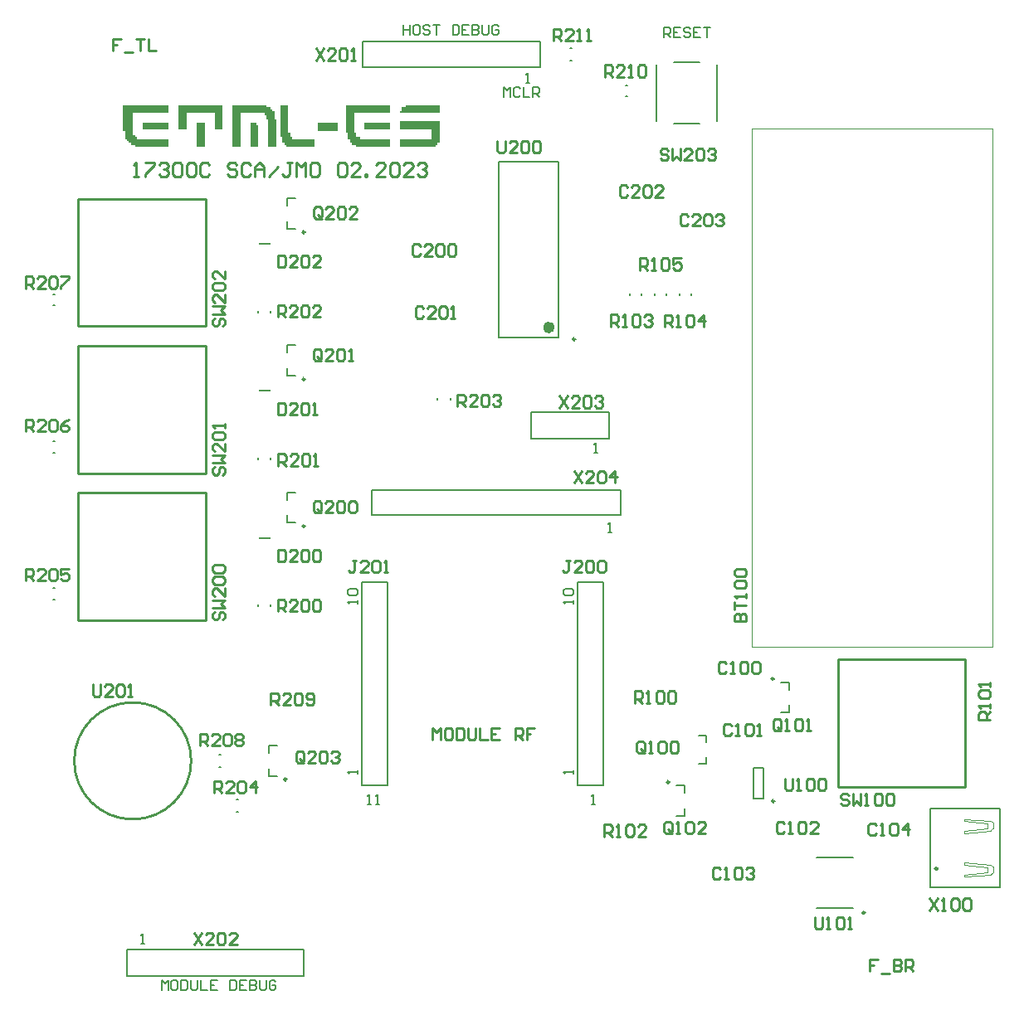
<source format=gbr>
%TF.GenerationSoftware,Altium Limited,Altium Designer,22.7.1 (60)*%
G04 Layer_Color=65535*
%FSLAX43Y43*%
%MOMM*%
%TF.SameCoordinates,2B380584-264C-487A-9C59-0A3591007A03*%
%TF.FilePolarity,Positive*%
%TF.FileFunction,Legend,Top*%
%TF.Part,Single*%
G01*
G75*
%TA.AperFunction,NonConductor*%
%ADD64C,0.254*%
%ADD65C,0.102*%
%ADD66C,0.600*%
%ADD67C,0.250*%
%ADD68C,0.200*%
%ADD69C,0.127*%
%ADD70C,0.100*%
%ADD71C,0.152*%
%ADD72R,1.200X0.200*%
G36*
X20726Y90881D02*
Y90678D01*
Y90475D01*
Y90272D01*
Y90068D01*
Y89865D01*
Y89662D01*
Y89459D01*
Y89256D01*
Y89052D01*
Y88849D01*
Y88646D01*
X19914D01*
Y88849D01*
Y89052D01*
Y89256D01*
Y89459D01*
Y89662D01*
Y89865D01*
Y90068D01*
Y90272D01*
X17069D01*
Y90068D01*
Y89865D01*
Y89662D01*
Y89459D01*
Y89256D01*
Y89052D01*
Y88849D01*
Y88646D01*
X16256D01*
Y88849D01*
Y89052D01*
Y89256D01*
Y89459D01*
Y89662D01*
Y89865D01*
Y90068D01*
Y90272D01*
Y90475D01*
Y90678D01*
Y90881D01*
Y91084D01*
X20726D01*
Y90881D01*
D02*
G37*
G36*
X15240Y89052D02*
Y88849D01*
Y88646D01*
X12598D01*
Y88849D01*
Y89052D01*
Y89256D01*
X15240D01*
Y89052D01*
D02*
G37*
G36*
X25197Y90881D02*
X25603D01*
Y90678D01*
X25806D01*
Y90475D01*
X26010D01*
Y90272D01*
Y90068D01*
Y89865D01*
Y89662D01*
X26213D01*
Y89459D01*
Y89256D01*
Y89052D01*
Y88849D01*
Y88646D01*
Y88443D01*
Y88240D01*
Y88036D01*
Y87833D01*
Y87630D01*
Y87427D01*
Y87224D01*
Y87020D01*
Y86817D01*
X25400D01*
Y87020D01*
Y87224D01*
Y87427D01*
Y87630D01*
Y87833D01*
Y88036D01*
Y88240D01*
Y88443D01*
Y88646D01*
Y88849D01*
Y89052D01*
Y89256D01*
Y89459D01*
Y89662D01*
X25197D01*
Y89865D01*
Y90068D01*
X24994D01*
Y90272D01*
X22555D01*
Y90068D01*
Y89865D01*
Y89662D01*
Y89459D01*
Y89256D01*
Y89052D01*
Y88849D01*
Y88646D01*
Y88443D01*
Y88240D01*
Y88036D01*
Y87833D01*
Y87630D01*
Y87427D01*
Y87224D01*
Y87020D01*
Y86817D01*
X21742D01*
Y87020D01*
Y87224D01*
Y87427D01*
Y87630D01*
Y87833D01*
Y88036D01*
Y88240D01*
Y88443D01*
Y88646D01*
Y88849D01*
Y89052D01*
Y89256D01*
Y89459D01*
Y89662D01*
Y89865D01*
Y90068D01*
Y90272D01*
Y90475D01*
Y90678D01*
Y90881D01*
Y91084D01*
X25197D01*
Y90881D01*
D02*
G37*
G36*
X24181Y89052D02*
X24384D01*
Y88849D01*
Y88646D01*
Y88443D01*
Y88240D01*
Y88036D01*
Y87833D01*
Y87630D01*
Y87427D01*
Y87224D01*
Y87020D01*
Y86817D01*
X23571D01*
Y87020D01*
Y87224D01*
Y87427D01*
Y87630D01*
Y87833D01*
Y88036D01*
Y88240D01*
Y88443D01*
Y88646D01*
Y88849D01*
Y89052D01*
Y89256D01*
X24181D01*
Y89052D01*
D02*
G37*
G36*
X18898D02*
Y88849D01*
Y88646D01*
Y88443D01*
Y88240D01*
Y88036D01*
Y87833D01*
Y87630D01*
Y87427D01*
Y87224D01*
Y87020D01*
Y86817D01*
X18085D01*
Y87020D01*
Y87224D01*
Y87427D01*
Y87630D01*
Y87833D01*
Y88036D01*
Y88240D01*
Y88443D01*
Y88646D01*
Y88849D01*
Y89052D01*
Y89256D01*
X18898D01*
Y89052D01*
D02*
G37*
G36*
X15240Y90881D02*
Y90678D01*
Y90475D01*
Y90272D01*
X11582D01*
Y90068D01*
Y89865D01*
Y89662D01*
Y89459D01*
Y89256D01*
Y89052D01*
Y88849D01*
Y88646D01*
Y88443D01*
Y88240D01*
Y88036D01*
X11786D01*
Y87833D01*
X11989D01*
Y87630D01*
X15240D01*
Y87427D01*
Y87224D01*
Y87020D01*
Y86817D01*
X11786D01*
Y87020D01*
X11379D01*
Y87224D01*
X11176D01*
Y87427D01*
X10973D01*
Y87630D01*
X10770D01*
Y87833D01*
Y88036D01*
Y88240D01*
Y88443D01*
X10566D01*
Y88646D01*
Y88849D01*
Y89052D01*
Y89256D01*
Y89459D01*
Y89662D01*
Y89865D01*
Y90068D01*
Y90272D01*
Y90475D01*
Y90678D01*
Y90881D01*
Y91084D01*
X15240D01*
Y90881D01*
D02*
G37*
G36*
X42875D02*
Y90678D01*
Y90475D01*
Y90272D01*
X38811D01*
Y90475D01*
X39014D01*
Y90678D01*
Y90881D01*
X39421D01*
Y91084D01*
X42875D01*
Y90881D01*
D02*
G37*
G36*
X37795Y89052D02*
Y88849D01*
Y88646D01*
X35154D01*
Y88849D01*
Y89052D01*
Y89256D01*
X37795D01*
Y89052D01*
D02*
G37*
G36*
X32512D02*
Y88849D01*
Y88646D01*
Y88443D01*
X30480D01*
Y88646D01*
Y88849D01*
Y89052D01*
Y89256D01*
X32512D01*
Y89052D01*
D02*
G37*
G36*
X42875Y89256D02*
Y89052D01*
Y88849D01*
Y88646D01*
Y88443D01*
Y88240D01*
Y88036D01*
Y87833D01*
Y87630D01*
Y87427D01*
Y87224D01*
X42672D01*
Y87020D01*
X42469D01*
Y86817D01*
X38811D01*
Y87020D01*
Y87224D01*
Y87427D01*
Y87630D01*
X42062D01*
Y87833D01*
Y88036D01*
Y88240D01*
Y88443D01*
Y88646D01*
X38811D01*
Y88849D01*
Y89052D01*
Y89256D01*
Y89459D01*
X42875D01*
Y89256D01*
D02*
G37*
G36*
X37795Y90881D02*
Y90678D01*
Y90475D01*
Y90272D01*
X34138D01*
Y90068D01*
Y89865D01*
Y89662D01*
Y89459D01*
Y89256D01*
Y89052D01*
Y88849D01*
Y88646D01*
Y88443D01*
Y88240D01*
X34341D01*
Y88036D01*
Y87833D01*
X34747D01*
Y87630D01*
X37795D01*
Y87427D01*
Y87224D01*
Y87020D01*
Y86817D01*
X34341D01*
Y87020D01*
X33934D01*
Y87224D01*
X33731D01*
Y87427D01*
Y87630D01*
X33528D01*
Y87833D01*
Y88036D01*
Y88240D01*
X33325D01*
Y88443D01*
Y88646D01*
Y88849D01*
Y89052D01*
Y89256D01*
Y89459D01*
Y89662D01*
Y89865D01*
Y90068D01*
Y90272D01*
Y90475D01*
Y90678D01*
Y90881D01*
Y91084D01*
X37795D01*
Y90881D01*
D02*
G37*
G36*
X27432D02*
Y90678D01*
Y90475D01*
Y90272D01*
Y90068D01*
Y89865D01*
Y89662D01*
Y89459D01*
Y89256D01*
Y89052D01*
Y88849D01*
Y88646D01*
Y88443D01*
Y88240D01*
X27635D01*
Y88036D01*
Y87833D01*
X27838D01*
Y87630D01*
X30074D01*
Y87427D01*
Y87224D01*
Y87020D01*
Y86817D01*
X27229D01*
Y87020D01*
X27026D01*
Y87224D01*
X26822D01*
Y87427D01*
Y87630D01*
Y87833D01*
X26619D01*
Y88036D01*
Y88240D01*
Y88443D01*
Y88646D01*
Y88849D01*
Y89052D01*
Y89256D01*
Y89459D01*
Y89662D01*
Y89865D01*
Y90068D01*
Y90272D01*
Y90475D01*
Y90678D01*
Y90881D01*
Y91084D01*
X27432D01*
Y90881D01*
D02*
G37*
D64*
X93670Y13120D02*
G03*
X93670Y13120I-120J0D01*
G01*
X17526Y24130D02*
G03*
X17526Y24130I-5969J0D01*
G01*
X6000Y81500D02*
X19000D01*
X6000Y68500D02*
X19000D01*
Y81500D01*
X6000Y68500D02*
Y81500D01*
Y66500D02*
X19000D01*
X6000Y53500D02*
X19000D01*
Y66500D01*
X6000Y53500D02*
Y66500D01*
Y51500D02*
X19000D01*
X6000Y38500D02*
X19000D01*
Y51500D01*
X6000Y38500D02*
Y51500D01*
X96500Y21500D02*
Y34500D01*
X83500Y21500D02*
Y34500D01*
Y21500D02*
X96500D01*
X83500Y34500D02*
X96500D01*
X10342Y97858D02*
X9543D01*
Y97258D01*
X9943D01*
X9543D01*
Y96658D01*
X10742Y96458D02*
X11542D01*
X11942Y97858D02*
X12742D01*
X12342D01*
Y96658D01*
X13141Y97858D02*
Y96658D01*
X13941D01*
X87574Y3853D02*
X86775D01*
Y3253D01*
X87174D01*
X86775D01*
Y2653D01*
X87974Y2453D02*
X88774D01*
X89174Y3853D02*
Y2653D01*
X89774D01*
X89974Y2853D01*
Y3053D01*
X89774Y3253D01*
X89174D01*
X89774D01*
X89974Y3453D01*
Y3653D01*
X89774Y3853D01*
X89174D01*
X90373Y2653D02*
Y3853D01*
X90973D01*
X91173Y3653D01*
Y3253D01*
X90973Y3053D01*
X90373D01*
X90773D02*
X91173Y2653D01*
X63297Y74244D02*
Y75444D01*
X63897D01*
X64097Y75244D01*
Y74844D01*
X63897Y74644D01*
X63297D01*
X63697D02*
X64097Y74244D01*
X64496D02*
X64896D01*
X64696D01*
Y75444D01*
X64496Y75244D01*
X65496D02*
X65696Y75444D01*
X66096D01*
X66296Y75244D01*
Y74444D01*
X66096Y74244D01*
X65696D01*
X65496Y74444D01*
Y75244D01*
X67495Y75444D02*
X66696D01*
Y74844D01*
X67096Y75044D01*
X67296D01*
X67495Y74844D01*
Y74444D01*
X67296Y74244D01*
X66896D01*
X66696Y74444D01*
X78099Y22344D02*
Y21344D01*
X78299Y21144D01*
X78699D01*
X78899Y21344D01*
Y22344D01*
X79299Y21144D02*
X79699D01*
X79499D01*
Y22344D01*
X79299Y22144D01*
X80299D02*
X80499Y22344D01*
X80898D01*
X81098Y22144D01*
Y21344D01*
X80898Y21144D01*
X80499D01*
X80299Y21344D01*
Y22144D01*
X81498D02*
X81698Y22344D01*
X82098D01*
X82298Y22144D01*
Y21344D01*
X82098Y21144D01*
X81698D01*
X81498Y21344D01*
Y22144D01*
X84620Y20591D02*
X84420Y20791D01*
X84020D01*
X83820Y20591D01*
Y20391D01*
X84020Y20191D01*
X84420D01*
X84620Y19991D01*
Y19791D01*
X84420Y19592D01*
X84020D01*
X83820Y19791D01*
X85020Y20791D02*
Y19592D01*
X85419Y19991D01*
X85819Y19592D01*
Y20791D01*
X86219Y19592D02*
X86619D01*
X86419D01*
Y20791D01*
X86219Y20591D01*
X87219D02*
X87419Y20791D01*
X87819D01*
X88019Y20591D01*
Y19791D01*
X87819Y19592D01*
X87419D01*
X87219Y19791D01*
Y20591D01*
X88419D02*
X88618Y20791D01*
X89018D01*
X89218Y20591D01*
Y19791D01*
X89018Y19592D01*
X88618D01*
X88419Y19791D01*
Y20591D01*
X92873Y10090D02*
X93673Y8890D01*
Y10090D02*
X92873Y8890D01*
X94073D02*
X94472D01*
X94273D01*
Y10090D01*
X94073Y9890D01*
X95072D02*
X95272Y10090D01*
X95672D01*
X95872Y9890D01*
Y9090D01*
X95672Y8890D01*
X95272D01*
X95072Y9090D01*
Y9890D01*
X96272D02*
X96472Y10090D01*
X96872D01*
X97072Y9890D01*
Y9090D01*
X96872Y8890D01*
X96472D01*
X96272Y9090D01*
Y9890D01*
X81123Y8185D02*
Y7185D01*
X81323Y6985D01*
X81723D01*
X81923Y7185D01*
Y8185D01*
X82323Y6985D02*
X82723D01*
X82523D01*
Y8185D01*
X82323Y7985D01*
X83323D02*
X83523Y8185D01*
X83923D01*
X84122Y7985D01*
Y7185D01*
X83923Y6985D01*
X83523D01*
X83323Y7185D01*
Y7985D01*
X84522Y6985D02*
X84922D01*
X84722D01*
Y8185D01*
X84522Y7985D01*
X72968Y38372D02*
X74168D01*
Y38972D01*
X73968Y39172D01*
X73768D01*
X73568Y38972D01*
Y38372D01*
Y38972D01*
X73368Y39172D01*
X73168D01*
X72968Y38972D01*
Y38372D01*
Y39572D02*
Y40371D01*
Y39972D01*
X74168D01*
Y40771D02*
Y41171D01*
Y40971D01*
X72968D01*
X73168Y40771D01*
Y41771D02*
X72968Y41971D01*
Y42371D01*
X73168Y42571D01*
X73968D01*
X74168Y42371D01*
Y41971D01*
X73968Y41771D01*
X73168D01*
Y42971D02*
X72968Y43171D01*
Y43570D01*
X73168Y43770D01*
X73968D01*
X74168Y43570D01*
Y43171D01*
X73968Y42971D01*
X73168D01*
X72140Y34054D02*
X71940Y34254D01*
X71540D01*
X71340Y34054D01*
Y33254D01*
X71540Y33054D01*
X71940D01*
X72140Y33254D01*
X72540Y33054D02*
X72939D01*
X72740D01*
Y34254D01*
X72540Y34054D01*
X73539D02*
X73739Y34254D01*
X74139D01*
X74339Y34054D01*
Y33254D01*
X74139Y33054D01*
X73739D01*
X73539Y33254D01*
Y34054D01*
X74739D02*
X74939Y34254D01*
X75339D01*
X75539Y34054D01*
Y33254D01*
X75339Y33054D01*
X74939D01*
X74739Y33254D01*
Y34054D01*
X72656Y27732D02*
X72456Y27932D01*
X72056D01*
X71856Y27732D01*
Y26932D01*
X72056Y26732D01*
X72456D01*
X72656Y26932D01*
X73056Y26732D02*
X73455D01*
X73256D01*
Y27932D01*
X73056Y27732D01*
X74055D02*
X74255Y27932D01*
X74655D01*
X74855Y27732D01*
Y26932D01*
X74655Y26732D01*
X74255D01*
X74055Y26932D01*
Y27732D01*
X75255Y26732D02*
X75655D01*
X75455D01*
Y27932D01*
X75255Y27732D01*
X78063Y17713D02*
X77863Y17913D01*
X77463D01*
X77263Y17713D01*
Y16913D01*
X77463Y16713D01*
X77863D01*
X78063Y16913D01*
X78463Y16713D02*
X78863D01*
X78663D01*
Y17913D01*
X78463Y17713D01*
X79463D02*
X79663Y17913D01*
X80063D01*
X80263Y17713D01*
Y16913D01*
X80063Y16713D01*
X79663D01*
X79463Y16913D01*
Y17713D01*
X81462Y16713D02*
X80662D01*
X81462Y17513D01*
Y17713D01*
X81262Y17913D01*
X80862D01*
X80662Y17713D01*
X71539Y13067D02*
X71339Y13267D01*
X70939D01*
X70739Y13067D01*
Y12267D01*
X70939Y12068D01*
X71339D01*
X71539Y12267D01*
X71939Y12068D02*
X72338D01*
X72139D01*
Y13267D01*
X71939Y13067D01*
X72938D02*
X73138Y13267D01*
X73538D01*
X73738Y13067D01*
Y12267D01*
X73538Y12068D01*
X73138D01*
X72938Y12267D01*
Y13067D01*
X74138D02*
X74338Y13267D01*
X74738D01*
X74938Y13067D01*
Y12867D01*
X74738Y12667D01*
X74538D01*
X74738D01*
X74938Y12467D01*
Y12267D01*
X74738Y12068D01*
X74338D01*
X74138Y12267D01*
X87418Y17540D02*
X87218Y17740D01*
X86819D01*
X86619Y17540D01*
Y16740D01*
X86819Y16540D01*
X87218D01*
X87418Y16740D01*
X87818Y16540D02*
X88218D01*
X88018D01*
Y17740D01*
X87818Y17540D01*
X88818D02*
X89018Y17740D01*
X89418D01*
X89618Y17540D01*
Y16740D01*
X89418Y16540D01*
X89018D01*
X88818Y16740D01*
Y17540D01*
X90617Y16540D02*
Y17740D01*
X90018Y17140D01*
X90817D01*
X63792Y25132D02*
Y25932D01*
X63592Y26132D01*
X63192D01*
X62992Y25932D01*
Y25132D01*
X63192Y24932D01*
X63592D01*
X63392Y25332D02*
X63792Y24932D01*
X63592D02*
X63792Y25132D01*
X64192Y24932D02*
X64591D01*
X64392D01*
Y26132D01*
X64192Y25932D01*
X65191D02*
X65391Y26132D01*
X65791D01*
X65991Y25932D01*
Y25132D01*
X65791Y24932D01*
X65391D01*
X65191Y25132D01*
Y25932D01*
X66391D02*
X66591Y26132D01*
X66991D01*
X67191Y25932D01*
Y25132D01*
X66991Y24932D01*
X66591D01*
X66391Y25132D01*
Y25932D01*
X77713Y27396D02*
Y28195D01*
X77513Y28395D01*
X77113D01*
X76913Y28195D01*
Y27396D01*
X77113Y27196D01*
X77513D01*
X77313Y27596D02*
X77713Y27196D01*
X77513D02*
X77713Y27396D01*
X78113Y27196D02*
X78512D01*
X78313D01*
Y28395D01*
X78113Y28195D01*
X79112D02*
X79312Y28395D01*
X79712D01*
X79912Y28195D01*
Y27396D01*
X79712Y27196D01*
X79312D01*
X79112Y27396D01*
Y28195D01*
X80312Y27196D02*
X80712D01*
X80512D01*
Y28395D01*
X80312Y28195D01*
X66586Y16913D02*
Y17713D01*
X66386Y17913D01*
X65986D01*
X65786Y17713D01*
Y16913D01*
X65986Y16713D01*
X66386D01*
X66186Y17113D02*
X66586Y16713D01*
X66386D02*
X66586Y16913D01*
X66986Y16713D02*
X67385D01*
X67186D01*
Y17913D01*
X66986Y17713D01*
X67985D02*
X68185Y17913D01*
X68585D01*
X68785Y17713D01*
Y16913D01*
X68585Y16713D01*
X68185D01*
X67985Y16913D01*
Y17713D01*
X69985Y16713D02*
X69185D01*
X69985Y17513D01*
Y17713D01*
X69785Y17913D01*
X69385D01*
X69185Y17713D01*
X62754Y30057D02*
Y31257D01*
X63354D01*
X63554Y31057D01*
Y30657D01*
X63354Y30457D01*
X62754D01*
X63154D02*
X63554Y30057D01*
X63954D02*
X64353D01*
X64154D01*
Y31257D01*
X63954Y31057D01*
X64953D02*
X65153Y31257D01*
X65553D01*
X65753Y31057D01*
Y30257D01*
X65553Y30057D01*
X65153D01*
X64953Y30257D01*
Y31057D01*
X66153D02*
X66353Y31257D01*
X66753D01*
X66953Y31057D01*
Y30257D01*
X66753Y30057D01*
X66353D01*
X66153Y30257D01*
Y31057D01*
X99060Y28339D02*
X97860D01*
Y28939D01*
X98060Y29139D01*
X98460D01*
X98660Y28939D01*
Y28339D01*
Y28739D02*
X99060Y29139D01*
Y29539D02*
Y29939D01*
Y29739D01*
X97860D01*
X98060Y29539D01*
Y30539D02*
X97860Y30739D01*
Y31138D01*
X98060Y31338D01*
X98860D01*
X99060Y31138D01*
Y30739D01*
X98860Y30539D01*
X98060D01*
X99060Y31738D02*
Y32138D01*
Y31938D01*
X97860D01*
X98060Y31738D01*
X59690Y16422D02*
Y17622D01*
X60290D01*
X60490Y17422D01*
Y17022D01*
X60290Y16822D01*
X59690D01*
X60090D02*
X60490Y16422D01*
X60890D02*
X61289D01*
X61090D01*
Y17622D01*
X60890Y17422D01*
X61889D02*
X62089Y17622D01*
X62489D01*
X62689Y17422D01*
Y16622D01*
X62489Y16422D01*
X62089D01*
X61889Y16622D01*
Y17422D01*
X63889Y16422D02*
X63089D01*
X63889Y17222D01*
Y17422D01*
X63689Y17622D01*
X63289D01*
X63089Y17422D01*
X60337Y68490D02*
Y69690D01*
X60937D01*
X61137Y69490D01*
Y69090D01*
X60937Y68890D01*
X60337D01*
X60737D02*
X61137Y68490D01*
X61537D02*
X61937D01*
X61737D01*
Y69690D01*
X61537Y69490D01*
X62537D02*
X62737Y69690D01*
X63136D01*
X63336Y69490D01*
Y68690D01*
X63136Y68490D01*
X62737D01*
X62537Y68690D01*
Y69490D01*
X63736D02*
X63936Y69690D01*
X64336D01*
X64536Y69490D01*
Y69290D01*
X64336Y69090D01*
X64136D01*
X64336D01*
X64536Y68890D01*
Y68690D01*
X64336Y68490D01*
X63936D01*
X63736Y68690D01*
X65822Y68481D02*
Y69680D01*
X66422D01*
X66622Y69481D01*
Y69081D01*
X66422Y68881D01*
X65822D01*
X66222D02*
X66622Y68481D01*
X67022D02*
X67421D01*
X67222D01*
Y69680D01*
X67022Y69481D01*
X68021D02*
X68221Y69680D01*
X68621D01*
X68821Y69481D01*
Y68681D01*
X68621Y68481D01*
X68221D01*
X68021Y68681D01*
Y69481D01*
X69821Y68481D02*
Y69680D01*
X69221Y69081D01*
X70021D01*
X42164Y26289D02*
Y27489D01*
X42564Y27089D01*
X42964Y27489D01*
Y26289D01*
X43963Y27489D02*
X43564D01*
X43364Y27289D01*
Y26489D01*
X43564Y26289D01*
X43963D01*
X44163Y26489D01*
Y27289D01*
X43963Y27489D01*
X44563D02*
Y26289D01*
X45163D01*
X45363Y26489D01*
Y27289D01*
X45163Y27489D01*
X44563D01*
X45763D02*
Y26489D01*
X45963Y26289D01*
X46363D01*
X46563Y26489D01*
Y27489D01*
X46962D02*
Y26289D01*
X47762D01*
X48962Y27489D02*
X48162D01*
Y26289D01*
X48962D01*
X48162Y26889D02*
X48562D01*
X50561Y26289D02*
Y27489D01*
X51161D01*
X51361Y27289D01*
Y26889D01*
X51161Y26689D01*
X50561D01*
X50961D02*
X51361Y26289D01*
X52561Y27489D02*
X51761D01*
Y26889D01*
X52161D01*
X51761D01*
Y26289D01*
X11684Y83820D02*
X12151D01*
X11917D01*
Y85220D01*
X11684Y84986D01*
X12850Y85220D02*
X13783D01*
Y84986D01*
X12850Y84053D01*
Y83820D01*
X14250Y84986D02*
X14483Y85220D01*
X14950D01*
X15183Y84986D01*
Y84753D01*
X14950Y84520D01*
X14716D01*
X14950D01*
X15183Y84287D01*
Y84053D01*
X14950Y83820D01*
X14483D01*
X14250Y84053D01*
X15649Y84986D02*
X15883Y85220D01*
X16349D01*
X16582Y84986D01*
Y84053D01*
X16349Y83820D01*
X15883D01*
X15649Y84053D01*
Y84986D01*
X17049D02*
X17282Y85220D01*
X17749D01*
X17982Y84986D01*
Y84053D01*
X17749Y83820D01*
X17282D01*
X17049Y84053D01*
Y84986D01*
X19382D02*
X19148Y85220D01*
X18682D01*
X18448Y84986D01*
Y84053D01*
X18682Y83820D01*
X19148D01*
X19382Y84053D01*
X22181Y84986D02*
X21947Y85220D01*
X21481D01*
X21248Y84986D01*
Y84753D01*
X21481Y84520D01*
X21947D01*
X22181Y84287D01*
Y84053D01*
X21947Y83820D01*
X21481D01*
X21248Y84053D01*
X23580Y84986D02*
X23347Y85220D01*
X22880D01*
X22647Y84986D01*
Y84053D01*
X22880Y83820D01*
X23347D01*
X23580Y84053D01*
X24047Y83820D02*
Y84753D01*
X24513Y85220D01*
X24980Y84753D01*
Y83820D01*
Y84520D01*
X24047D01*
X25446Y83820D02*
X26379Y84753D01*
X27779Y85220D02*
X27312D01*
X27546D01*
Y84053D01*
X27312Y83820D01*
X27079D01*
X26846Y84053D01*
X28245Y83820D02*
Y85220D01*
X28712Y84753D01*
X29178Y85220D01*
Y83820D01*
X30345Y85220D02*
X29878D01*
X29645Y84986D01*
Y84053D01*
X29878Y83820D01*
X30345D01*
X30578Y84053D01*
Y84986D01*
X30345Y85220D01*
X32444Y84986D02*
X32677Y85220D01*
X33144D01*
X33377Y84986D01*
Y84053D01*
X33144Y83820D01*
X32677D01*
X32444Y84053D01*
Y84986D01*
X34777Y83820D02*
X33843D01*
X34777Y84753D01*
Y84986D01*
X34543Y85220D01*
X34077D01*
X33843Y84986D01*
X35243Y83820D02*
Y84053D01*
X35476D01*
Y83820D01*
X35243D01*
X37342D02*
X36409D01*
X37342Y84753D01*
Y84986D01*
X37109Y85220D01*
X36643D01*
X36409Y84986D01*
X37809D02*
X38042Y85220D01*
X38509D01*
X38742Y84986D01*
Y84053D01*
X38509Y83820D01*
X38042D01*
X37809Y84053D01*
Y84986D01*
X40141Y83820D02*
X39208D01*
X40141Y84753D01*
Y84986D01*
X39908Y85220D01*
X39442D01*
X39208Y84986D01*
X40608D02*
X40841Y85220D01*
X41308D01*
X41541Y84986D01*
Y84753D01*
X41308Y84520D01*
X41075D01*
X41308D01*
X41541Y84287D01*
Y84053D01*
X41308Y83820D01*
X40841D01*
X40608Y84053D01*
X30251Y96866D02*
X31050Y95666D01*
Y96866D02*
X30251Y95666D01*
X32250D02*
X31450D01*
X32250Y96466D01*
Y96666D01*
X32050Y96866D01*
X31650D01*
X31450Y96666D01*
X32650D02*
X32850Y96866D01*
X33250D01*
X33450Y96666D01*
Y95866D01*
X33250Y95666D01*
X32850D01*
X32650Y95866D01*
Y96666D01*
X33849Y95666D02*
X34249D01*
X34049D01*
Y96866D01*
X33849Y96666D01*
X17801Y6600D02*
X18600Y5400D01*
Y6600D02*
X17801Y5400D01*
X19800D02*
X19000D01*
X19800Y6200D01*
Y6400D01*
X19600Y6600D01*
X19200D01*
X19000Y6400D01*
X20200D02*
X20400Y6600D01*
X20800D01*
X21000Y6400D01*
Y5600D01*
X20800Y5400D01*
X20400D01*
X20200Y5600D01*
Y6400D01*
X22199Y5400D02*
X21400D01*
X22199Y6200D01*
Y6400D01*
X21999Y6600D01*
X21599D01*
X21400Y6400D01*
X34379Y44583D02*
X33979D01*
X34179D01*
Y43583D01*
X33979Y43383D01*
X33779D01*
X33579Y43583D01*
X35578Y43383D02*
X34778D01*
X35578Y44183D01*
Y44383D01*
X35378Y44583D01*
X34978D01*
X34778Y44383D01*
X35978D02*
X36178Y44583D01*
X36578D01*
X36778Y44383D01*
Y43583D01*
X36578Y43383D01*
X36178D01*
X35978Y43583D01*
Y44383D01*
X37178Y43383D02*
X37577D01*
X37378D01*
Y44583D01*
X37178Y44383D01*
X56197Y44583D02*
X55797D01*
X55997D01*
Y43583D01*
X55797Y43383D01*
X55597D01*
X55397Y43583D01*
X57397Y43383D02*
X56597D01*
X57397Y44183D01*
Y44383D01*
X57197Y44583D01*
X56797D01*
X56597Y44383D01*
X57797D02*
X57997Y44583D01*
X58396D01*
X58596Y44383D01*
Y43583D01*
X58396Y43383D01*
X57997D01*
X57797Y43583D01*
Y44383D01*
X58996D02*
X59196Y44583D01*
X59596D01*
X59796Y44383D01*
Y43583D01*
X59596Y43383D01*
X59196D01*
X58996Y43583D01*
Y44383D01*
X44704Y60350D02*
Y61550D01*
X45304D01*
X45504Y61350D01*
Y60950D01*
X45304Y60750D01*
X44704D01*
X45104D02*
X45504Y60350D01*
X46703D02*
X45904D01*
X46703Y61150D01*
Y61350D01*
X46503Y61550D01*
X46104D01*
X45904Y61350D01*
X47103D02*
X47303Y61550D01*
X47703D01*
X47903Y61350D01*
Y60550D01*
X47703Y60350D01*
X47303D01*
X47103Y60550D01*
Y61350D01*
X48303D02*
X48503Y61550D01*
X48903D01*
X49103Y61350D01*
Y61150D01*
X48903Y60950D01*
X48703D01*
X48903D01*
X49103Y60750D01*
Y60550D01*
X48903Y60350D01*
X48503D01*
X48303Y60550D01*
X56593Y53696D02*
X57393Y52496D01*
Y53696D02*
X56593Y52496D01*
X58592D02*
X57793D01*
X58592Y53296D01*
Y53496D01*
X58392Y53696D01*
X57993D01*
X57793Y53496D01*
X58992D02*
X59192Y53696D01*
X59592D01*
X59792Y53496D01*
Y52696D01*
X59592Y52496D01*
X59192D01*
X58992Y52696D01*
Y53496D01*
X60792Y52496D02*
Y53696D01*
X60192Y53096D01*
X60992D01*
X18415Y25696D02*
Y26896D01*
X19015D01*
X19215Y26696D01*
Y26296D01*
X19015Y26096D01*
X18415D01*
X18815D02*
X19215Y25696D01*
X20414D02*
X19615D01*
X20414Y26496D01*
Y26696D01*
X20214Y26896D01*
X19815D01*
X19615Y26696D01*
X20814D02*
X21014Y26896D01*
X21414D01*
X21614Y26696D01*
Y25896D01*
X21414Y25696D01*
X21014D01*
X20814Y25896D01*
Y26696D01*
X22014D02*
X22214Y26896D01*
X22614D01*
X22814Y26696D01*
Y26496D01*
X22614Y26296D01*
X22814Y26096D01*
Y25896D01*
X22614Y25696D01*
X22214D01*
X22014Y25896D01*
Y26096D01*
X22214Y26296D01*
X22014Y26496D01*
Y26696D01*
X22214Y26296D02*
X22614D01*
X26340Y45673D02*
Y44473D01*
X26940D01*
X27140Y44673D01*
Y45473D01*
X26940Y45673D01*
X26340D01*
X28339Y44473D02*
X27540D01*
X28339Y45273D01*
Y45473D01*
X28139Y45673D01*
X27740D01*
X27540Y45473D01*
X28739D02*
X28939Y45673D01*
X29339D01*
X29539Y45473D01*
Y44673D01*
X29339Y44473D01*
X28939D01*
X28739Y44673D01*
Y45473D01*
X29939D02*
X30139Y45673D01*
X30539D01*
X30739Y45473D01*
Y44673D01*
X30539Y44473D01*
X30139D01*
X29939Y44673D01*
Y45473D01*
X19935Y69342D02*
X19735Y69142D01*
Y68742D01*
X19935Y68542D01*
X20135D01*
X20335Y68742D01*
Y69142D01*
X20535Y69342D01*
X20734D01*
X20934Y69142D01*
Y68742D01*
X20734Y68542D01*
X19735Y69742D02*
X20934D01*
X20535Y70142D01*
X20934Y70542D01*
X19735D01*
X20934Y71741D02*
Y70942D01*
X20135Y71741D01*
X19935D01*
X19735Y71541D01*
Y71142D01*
X19935Y70942D01*
Y72141D02*
X19735Y72341D01*
Y72741D01*
X19935Y72941D01*
X20734D01*
X20934Y72741D01*
Y72341D01*
X20734Y72141D01*
X19935D01*
X20934Y74141D02*
Y73341D01*
X20135Y74141D01*
X19935D01*
X19735Y73941D01*
Y73541D01*
X19935Y73341D01*
X40905Y76692D02*
X40705Y76892D01*
X40305D01*
X40105Y76692D01*
Y75892D01*
X40305Y75692D01*
X40705D01*
X40905Y75892D01*
X42104Y75692D02*
X41304D01*
X42104Y76492D01*
Y76692D01*
X41904Y76892D01*
X41504D01*
X41304Y76692D01*
X42504D02*
X42704Y76892D01*
X43104D01*
X43304Y76692D01*
Y75892D01*
X43104Y75692D01*
X42704D01*
X42504Y75892D01*
Y76692D01*
X43704D02*
X43904Y76892D01*
X44303D01*
X44503Y76692D01*
Y75892D01*
X44303Y75692D01*
X43904D01*
X43704Y75892D01*
Y76692D01*
X41229Y70342D02*
X41029Y70542D01*
X40629D01*
X40429Y70342D01*
Y69542D01*
X40629Y69342D01*
X41029D01*
X41229Y69542D01*
X42429Y69342D02*
X41629D01*
X42429Y70142D01*
Y70342D01*
X42229Y70542D01*
X41829D01*
X41629Y70342D01*
X42828D02*
X43028Y70542D01*
X43428D01*
X43628Y70342D01*
Y69542D01*
X43428Y69342D01*
X43028D01*
X42828Y69542D01*
Y70342D01*
X44028Y69342D02*
X44428D01*
X44228D01*
Y70542D01*
X44028Y70342D01*
X62050Y82703D02*
X61850Y82903D01*
X61450D01*
X61250Y82703D01*
Y81903D01*
X61450Y81703D01*
X61850D01*
X62050Y81903D01*
X63250Y81703D02*
X62450D01*
X63250Y82503D01*
Y82703D01*
X63050Y82903D01*
X62650D01*
X62450Y82703D01*
X63650D02*
X63850Y82903D01*
X64249D01*
X64449Y82703D01*
Y81903D01*
X64249Y81703D01*
X63850D01*
X63650Y81903D01*
Y82703D01*
X65649Y81703D02*
X64849D01*
X65649Y82503D01*
Y82703D01*
X65449Y82903D01*
X65049D01*
X64849Y82703D01*
X68237Y79747D02*
X68037Y79947D01*
X67637D01*
X67437Y79747D01*
Y78948D01*
X67637Y78748D01*
X68037D01*
X68237Y78948D01*
X69436Y78748D02*
X68637D01*
X69436Y79547D01*
Y79747D01*
X69236Y79947D01*
X68837D01*
X68637Y79747D01*
X69836D02*
X70036Y79947D01*
X70436D01*
X70636Y79747D01*
Y78948D01*
X70436Y78748D01*
X70036D01*
X69836Y78948D01*
Y79747D01*
X71036D02*
X71236Y79947D01*
X71636D01*
X71836Y79747D01*
Y79547D01*
X71636Y79348D01*
X71436D01*
X71636D01*
X71836Y79148D01*
Y78948D01*
X71636Y78748D01*
X71236D01*
X71036Y78948D01*
X26340Y60670D02*
Y59470D01*
X26940D01*
X27140Y59670D01*
Y60470D01*
X26940Y60670D01*
X26340D01*
X28339Y59470D02*
X27540D01*
X28339Y60270D01*
Y60470D01*
X28139Y60670D01*
X27740D01*
X27540Y60470D01*
X28739D02*
X28939Y60670D01*
X29339D01*
X29539Y60470D01*
Y59670D01*
X29339Y59470D01*
X28939D01*
X28739Y59670D01*
Y60470D01*
X29939Y59470D02*
X30339D01*
X30139D01*
Y60670D01*
X29939Y60470D01*
X26340Y75751D02*
Y74552D01*
X26940D01*
X27140Y74751D01*
Y75551D01*
X26940Y75751D01*
X26340D01*
X28339Y74552D02*
X27540D01*
X28339Y75351D01*
Y75551D01*
X28139Y75751D01*
X27740D01*
X27540Y75551D01*
X28739D02*
X28939Y75751D01*
X29339D01*
X29539Y75551D01*
Y74751D01*
X29339Y74552D01*
X28939D01*
X28739Y74751D01*
Y75551D01*
X30739Y74552D02*
X29939D01*
X30739Y75351D01*
Y75551D01*
X30539Y75751D01*
X30139D01*
X29939Y75551D01*
X55118Y61398D02*
X55918Y60198D01*
Y61398D02*
X55118Y60198D01*
X57118D02*
X56318D01*
X57118Y60998D01*
Y61198D01*
X56918Y61398D01*
X56518D01*
X56318Y61198D01*
X57518D02*
X57718Y61398D01*
X58117D01*
X58317Y61198D01*
Y60398D01*
X58117Y60198D01*
X57718D01*
X57518Y60398D01*
Y61198D01*
X58717D02*
X58917Y61398D01*
X59317D01*
X59517Y61198D01*
Y60998D01*
X59317Y60798D01*
X59117D01*
X59317D01*
X59517Y60598D01*
Y60398D01*
X59317Y60198D01*
X58917D01*
X58717Y60398D01*
X30794Y49658D02*
Y50458D01*
X30594Y50657D01*
X30194D01*
X29994Y50458D01*
Y49658D01*
X30194Y49458D01*
X30594D01*
X30394Y49858D02*
X30794Y49458D01*
X30594D02*
X30794Y49658D01*
X31994Y49458D02*
X31194D01*
X31994Y50258D01*
Y50458D01*
X31794Y50657D01*
X31394D01*
X31194Y50458D01*
X32394D02*
X32593Y50657D01*
X32993D01*
X33193Y50458D01*
Y49658D01*
X32993Y49458D01*
X32593D01*
X32394Y49658D01*
Y50458D01*
X33593D02*
X33793Y50657D01*
X34193D01*
X34393Y50458D01*
Y49658D01*
X34193Y49458D01*
X33793D01*
X33593Y49658D01*
Y50458D01*
X30794Y65200D02*
Y66000D01*
X30594Y66200D01*
X30194D01*
X29994Y66000D01*
Y65200D01*
X30194Y65000D01*
X30594D01*
X30394Y65400D02*
X30794Y65000D01*
X30594D02*
X30794Y65200D01*
X31994Y65000D02*
X31194D01*
X31994Y65800D01*
Y66000D01*
X31794Y66200D01*
X31394D01*
X31194Y66000D01*
X32394D02*
X32593Y66200D01*
X32993D01*
X33193Y66000D01*
Y65200D01*
X32993Y65000D01*
X32593D01*
X32394Y65200D01*
Y66000D01*
X33593Y65000D02*
X33993D01*
X33793D01*
Y66200D01*
X33593Y66000D01*
X30841Y79702D02*
Y80502D01*
X30641Y80702D01*
X30241D01*
X30041Y80502D01*
Y79702D01*
X30241Y79502D01*
X30641D01*
X30441Y79902D02*
X30841Y79502D01*
X30641D02*
X30841Y79702D01*
X32041Y79502D02*
X31241D01*
X32041Y80302D01*
Y80502D01*
X31841Y80702D01*
X31441D01*
X31241Y80502D01*
X32440D02*
X32640Y80702D01*
X33040D01*
X33240Y80502D01*
Y79702D01*
X33040Y79502D01*
X32640D01*
X32440Y79702D01*
Y80502D01*
X34440Y79502D02*
X33640D01*
X34440Y80302D01*
Y80502D01*
X34240Y80702D01*
X33840D01*
X33640Y80502D01*
X29012Y24139D02*
Y24938D01*
X28812Y25138D01*
X28412D01*
X28212Y24938D01*
Y24139D01*
X28412Y23939D01*
X28812D01*
X28612Y24339D02*
X29012Y23939D01*
X28812D02*
X29012Y24139D01*
X30212Y23939D02*
X29412D01*
X30212Y24738D01*
Y24938D01*
X30012Y25138D01*
X29612D01*
X29412Y24938D01*
X30611D02*
X30811Y25138D01*
X31211D01*
X31411Y24938D01*
Y24139D01*
X31211Y23939D01*
X30811D01*
X30611Y24139D01*
Y24938D01*
X31811D02*
X32011Y25138D01*
X32411D01*
X32611Y24938D01*
Y24738D01*
X32411Y24539D01*
X32211D01*
X32411D01*
X32611Y24339D01*
Y24139D01*
X32411Y23939D01*
X32011D01*
X31811Y24139D01*
X26340Y39378D02*
Y40578D01*
X26940D01*
X27140Y40378D01*
Y39978D01*
X26940Y39778D01*
X26340D01*
X26740D02*
X27140Y39378D01*
X28339D02*
X27540D01*
X28339Y40178D01*
Y40378D01*
X28139Y40578D01*
X27740D01*
X27540Y40378D01*
X28739D02*
X28939Y40578D01*
X29339D01*
X29539Y40378D01*
Y39578D01*
X29339Y39378D01*
X28939D01*
X28739Y39578D01*
Y40378D01*
X29939D02*
X30139Y40578D01*
X30539D01*
X30739Y40378D01*
Y39578D01*
X30539Y39378D01*
X30139D01*
X29939Y39578D01*
Y40378D01*
X26416Y54263D02*
Y55462D01*
X27016D01*
X27216Y55262D01*
Y54862D01*
X27016Y54662D01*
X26416D01*
X26816D02*
X27216Y54263D01*
X28415D02*
X27616D01*
X28415Y55062D01*
Y55262D01*
X28215Y55462D01*
X27816D01*
X27616Y55262D01*
X28815D02*
X29015Y55462D01*
X29415D01*
X29615Y55262D01*
Y54462D01*
X29415Y54263D01*
X29015D01*
X28815Y54462D01*
Y55262D01*
X30015Y54263D02*
X30415D01*
X30215D01*
Y55462D01*
X30015Y55262D01*
X26340Y69442D02*
Y70642D01*
X26940D01*
X27140Y70442D01*
Y70042D01*
X26940Y69842D01*
X26340D01*
X26740D02*
X27140Y69442D01*
X28339D02*
X27540D01*
X28339Y70242D01*
Y70442D01*
X28139Y70642D01*
X27740D01*
X27540Y70442D01*
X28739D02*
X28939Y70642D01*
X29339D01*
X29539Y70442D01*
Y69642D01*
X29339Y69442D01*
X28939D01*
X28739Y69642D01*
Y70442D01*
X30739Y69442D02*
X29939D01*
X30739Y70242D01*
Y70442D01*
X30539Y70642D01*
X30139D01*
X29939Y70442D01*
X19866Y20872D02*
Y22072D01*
X20466D01*
X20666Y21872D01*
Y21472D01*
X20466Y21272D01*
X19866D01*
X20266D02*
X20666Y20872D01*
X21865D02*
X21066D01*
X21865Y21672D01*
Y21872D01*
X21665Y22072D01*
X21265D01*
X21066Y21872D01*
X22265D02*
X22465Y22072D01*
X22865D01*
X23065Y21872D01*
Y21072D01*
X22865Y20872D01*
X22465D01*
X22265Y21072D01*
Y21872D01*
X24065Y20872D02*
Y22072D01*
X23465Y21472D01*
X24264D01*
X635Y42545D02*
Y43745D01*
X1235D01*
X1435Y43545D01*
Y43145D01*
X1235Y42945D01*
X635D01*
X1035D02*
X1435Y42545D01*
X2634D02*
X1835D01*
X2634Y43345D01*
Y43545D01*
X2434Y43745D01*
X2035D01*
X1835Y43545D01*
X3034D02*
X3234Y43745D01*
X3634D01*
X3834Y43545D01*
Y42745D01*
X3634Y42545D01*
X3234D01*
X3034Y42745D01*
Y43545D01*
X5034Y43745D02*
X4234D01*
Y43145D01*
X4634Y43345D01*
X4834D01*
X5034Y43145D01*
Y42745D01*
X4834Y42545D01*
X4434D01*
X4234Y42745D01*
X635Y57785D02*
Y58985D01*
X1235D01*
X1435Y58785D01*
Y58385D01*
X1235Y58185D01*
X635D01*
X1035D02*
X1435Y57785D01*
X2634D02*
X1835D01*
X2634Y58585D01*
Y58785D01*
X2434Y58985D01*
X2035D01*
X1835Y58785D01*
X3034D02*
X3234Y58985D01*
X3634D01*
X3834Y58785D01*
Y57985D01*
X3634Y57785D01*
X3234D01*
X3034Y57985D01*
Y58785D01*
X5034Y58985D02*
X4634Y58785D01*
X4234Y58385D01*
Y57985D01*
X4434Y57785D01*
X4834D01*
X5034Y57985D01*
Y58185D01*
X4834Y58385D01*
X4234D01*
X635Y72390D02*
Y73590D01*
X1235D01*
X1435Y73390D01*
Y72990D01*
X1235Y72790D01*
X635D01*
X1035D02*
X1435Y72390D01*
X2634D02*
X1835D01*
X2634Y73190D01*
Y73390D01*
X2434Y73590D01*
X2035D01*
X1835Y73390D01*
X3034D02*
X3234Y73590D01*
X3634D01*
X3834Y73390D01*
Y72590D01*
X3634Y72390D01*
X3234D01*
X3034Y72590D01*
Y73390D01*
X4234Y73590D02*
X5034D01*
Y73390D01*
X4234Y72590D01*
Y72390D01*
X25656Y29845D02*
Y31045D01*
X26255D01*
X26455Y30845D01*
Y30445D01*
X26255Y30245D01*
X25656D01*
X26055D02*
X26455Y29845D01*
X27655D02*
X26855D01*
X27655Y30645D01*
Y30845D01*
X27455Y31045D01*
X27055D01*
X26855Y30845D01*
X28055D02*
X28255Y31045D01*
X28655D01*
X28855Y30845D01*
Y30045D01*
X28655Y29845D01*
X28255D01*
X28055Y30045D01*
Y30845D01*
X29254Y30045D02*
X29454Y29845D01*
X29854D01*
X30054Y30045D01*
Y30845D01*
X29854Y31045D01*
X29454D01*
X29254Y30845D01*
Y30645D01*
X29454Y30445D01*
X30054D01*
X59723Y93980D02*
Y95180D01*
X60323D01*
X60523Y94980D01*
Y94580D01*
X60323Y94380D01*
X59723D01*
X60123D02*
X60523Y93980D01*
X61723D02*
X60923D01*
X61723Y94780D01*
Y94980D01*
X61523Y95180D01*
X61123D01*
X60923Y94980D01*
X62123Y93980D02*
X62523D01*
X62323D01*
Y95180D01*
X62123Y94980D01*
X63122D02*
X63322Y95180D01*
X63722D01*
X63922Y94980D01*
Y94180D01*
X63722Y93980D01*
X63322D01*
X63122Y94180D01*
Y94980D01*
X19935Y39346D02*
X19735Y39146D01*
Y38746D01*
X19935Y38546D01*
X20135D01*
X20335Y38746D01*
Y39146D01*
X20535Y39346D01*
X20734D01*
X20934Y39146D01*
Y38746D01*
X20734Y38546D01*
X19735Y39746D02*
X20934D01*
X20535Y40146D01*
X20934Y40545D01*
X19735D01*
X20934Y41745D02*
Y40945D01*
X20135Y41745D01*
X19935D01*
X19735Y41545D01*
Y41145D01*
X19935Y40945D01*
Y42145D02*
X19735Y42345D01*
Y42745D01*
X19935Y42945D01*
X20734D01*
X20934Y42745D01*
Y42345D01*
X20734Y42145D01*
X19935D01*
Y43345D02*
X19735Y43544D01*
Y43944D01*
X19935Y44144D01*
X20734D01*
X20934Y43944D01*
Y43544D01*
X20734Y43345D01*
X19935D01*
Y54140D02*
X19735Y53940D01*
Y53540D01*
X19935Y53340D01*
X20135D01*
X20335Y53540D01*
Y53940D01*
X20535Y54140D01*
X20734D01*
X20934Y53940D01*
Y53540D01*
X20734Y53340D01*
X19735Y54540D02*
X20934D01*
X20535Y54939D01*
X20934Y55339D01*
X19735D01*
X20934Y56539D02*
Y55739D01*
X20135Y56539D01*
X19935D01*
X19735Y56339D01*
Y55939D01*
X19935Y55739D01*
Y56939D02*
X19735Y57139D01*
Y57539D01*
X19935Y57739D01*
X20734D01*
X20934Y57539D01*
Y57139D01*
X20734Y56939D01*
X19935D01*
X20934Y58138D02*
Y58538D01*
Y58338D01*
X19735D01*
X19935Y58138D01*
X7493Y31934D02*
Y30934D01*
X7693Y30734D01*
X8093D01*
X8293Y30934D01*
Y31934D01*
X9492Y30734D02*
X8693D01*
X9492Y31534D01*
Y31734D01*
X9292Y31934D01*
X8893D01*
X8693Y31734D01*
X9892D02*
X10092Y31934D01*
X10492D01*
X10692Y31734D01*
Y30934D01*
X10492Y30734D01*
X10092D01*
X9892Y30934D01*
Y31734D01*
X11092Y30734D02*
X11492D01*
X11292D01*
Y31934D01*
X11092Y31734D01*
X54483Y97656D02*
Y98856D01*
X55083D01*
X55283Y98656D01*
Y98256D01*
X55083Y98056D01*
X54483D01*
X54883D02*
X55283Y97656D01*
X56482D02*
X55683D01*
X56482Y98456D01*
Y98656D01*
X56282Y98856D01*
X55883D01*
X55683Y98656D01*
X56882Y97656D02*
X57282D01*
X57082D01*
Y98856D01*
X56882Y98656D01*
X57882Y97656D02*
X58282D01*
X58082D01*
Y98856D01*
X57882Y98656D01*
X66214Y86435D02*
X66014Y86635D01*
X65614D01*
X65414Y86435D01*
Y86235D01*
X65614Y86035D01*
X66014D01*
X66214Y85835D01*
Y85635D01*
X66014Y85435D01*
X65614D01*
X65414Y85635D01*
X66614Y86635D02*
Y85435D01*
X67014Y85835D01*
X67414Y85435D01*
Y86635D01*
X68613Y85435D02*
X67813D01*
X68613Y86235D01*
Y86435D01*
X68413Y86635D01*
X68013D01*
X67813Y86435D01*
X69013D02*
X69213Y86635D01*
X69613D01*
X69813Y86435D01*
Y85635D01*
X69613Y85435D01*
X69213D01*
X69013Y85635D01*
Y86435D01*
X70213D02*
X70413Y86635D01*
X70812D01*
X71012Y86435D01*
Y86235D01*
X70812Y86035D01*
X70612D01*
X70812D01*
X71012Y85835D01*
Y85635D01*
X70812Y85435D01*
X70413D01*
X70213Y85635D01*
X48768Y87433D02*
Y86433D01*
X48968Y86233D01*
X49368D01*
X49568Y86433D01*
Y87433D01*
X50767Y86233D02*
X49968D01*
X50767Y87033D01*
Y87233D01*
X50567Y87433D01*
X50168D01*
X49968Y87233D01*
X51167D02*
X51367Y87433D01*
X51767D01*
X51967Y87233D01*
Y86433D01*
X51767Y86233D01*
X51367D01*
X51167Y86433D01*
Y87233D01*
X52367D02*
X52567Y87433D01*
X52967D01*
X53167Y87233D01*
Y86433D01*
X52967Y86233D01*
X52567D01*
X52367Y86433D01*
Y87233D01*
D65*
X99128Y12489D02*
G03*
X99388Y12696I-22J294D01*
G01*
Y13267D02*
G03*
X99128Y13475I-282J-86D01*
G01*
X99388Y12696D02*
G03*
X99388Y13267I-931J286D01*
G01*
X99128Y17005D02*
G03*
X99388Y17213I-22J294D01*
G01*
X99388Y17213D02*
G03*
X99388Y17784I-931J286D01*
G01*
X99388Y17784D02*
G03*
X99128Y17991I-282J-86D01*
G01*
X96377Y12281D02*
Y12489D01*
Y16745D02*
X99128Y17005D01*
X96377Y17991D02*
Y18199D01*
X99128Y17991D01*
X96377Y12489D02*
X98765Y12748D01*
X96377Y13527D02*
X98765Y13267D01*
Y12748D02*
Y13267D01*
X96377Y12281D02*
X99128Y12489D01*
X96377Y16745D02*
Y16953D01*
Y13527D02*
Y13735D01*
Y16953D02*
X98765Y17213D01*
X96377Y17991D02*
X98765Y17732D01*
X96377Y13735D02*
X99128Y13475D01*
X98765Y17213D02*
Y17732D01*
D66*
X54318Y68377D02*
G03*
X54318Y68377I-300J0D01*
G01*
D67*
X56718Y67172D02*
G03*
X56718Y67172I-125J0D01*
G01*
X77038Y20019D02*
G03*
X77038Y20019I-125J0D01*
G01*
X76976Y32507D02*
G03*
X76976Y32507I-125J0D01*
G01*
X86260Y8634D02*
G03*
X86260Y8634I-125J0D01*
G01*
X27248Y22246D02*
G03*
X27248Y22246I-125J0D01*
G01*
X29125Y78100D02*
G03*
X29125Y78100I-125J0D01*
G01*
Y63100D02*
G03*
X29125Y63100I-125J0D01*
G01*
Y48100D02*
G03*
X29125Y48100I-125J0D01*
G01*
X66308Y21966D02*
G03*
X66308Y21966I-125J0D01*
G01*
D68*
X64780Y71655D02*
Y71855D01*
X66030Y71655D02*
Y71855D01*
X62240Y71655D02*
Y71855D01*
X63490Y71655D02*
Y71855D01*
X56161Y95591D02*
X56361D01*
X56161Y96941D02*
X56361D01*
X22125Y18883D02*
X22325D01*
X22125Y20233D02*
X22325D01*
X42680Y61000D02*
Y61200D01*
X44030Y61000D02*
Y61200D01*
X64972Y89429D02*
Y95229D01*
X66772Y89229D02*
X69372D01*
X71172Y89429D02*
Y95229D01*
X66772Y95429D02*
X69372D01*
X35029Y97611D02*
X53109D01*
Y94921D02*
Y97611D01*
X35029Y94921D02*
X53109D01*
X35029D02*
Y97611D01*
X10960Y2155D02*
X29040D01*
X10960D02*
Y4845D01*
X29040D01*
Y2155D02*
Y4845D01*
X70042Y26003D02*
Y26733D01*
X69342D02*
X70042D01*
Y23813D02*
Y24543D01*
X69342Y23813D02*
X70042D01*
X34919Y21600D02*
Y42400D01*
X37569D01*
Y21600D02*
Y42400D01*
X34919Y21600D02*
X37569D01*
X56919D02*
Y42400D01*
X59569D01*
Y21600D02*
Y42400D01*
X56919Y21600D02*
X59569D01*
X48868Y85277D02*
X55018D01*
X48868Y67377D02*
X55018D01*
X48868D02*
Y85277D01*
X55018Y67377D02*
Y85277D01*
X74938Y20294D02*
X75938D01*
X74938Y23394D02*
X75938D01*
Y20294D02*
Y23394D01*
X74938Y20294D02*
Y23394D01*
X52214Y57059D02*
Y59749D01*
Y57059D02*
X60134D01*
Y59749D01*
X52214D02*
X60134D01*
X25625Y69900D02*
Y70100D01*
X24375Y69900D02*
Y70100D01*
Y54900D02*
Y55100D01*
X25625Y54900D02*
Y55100D01*
X24375Y39900D02*
Y40100D01*
X25625Y39900D02*
Y40100D01*
X68570Y71655D02*
Y71855D01*
X67320Y71655D02*
Y71855D01*
X35941Y49276D02*
X61341D01*
X35941D02*
Y51816D01*
X61341D01*
Y49276D02*
Y51816D01*
X3400Y41754D02*
X3600D01*
X3400Y40604D02*
X3600D01*
X78551Y31407D02*
Y32157D01*
X77651D02*
X78551D01*
Y29057D02*
Y29807D01*
X77651Y29057D02*
X78551D01*
X81335Y14234D02*
X85035D01*
X81335Y9134D02*
X85035D01*
X25423Y25696D02*
X26323D01*
X25423Y24946D02*
Y25696D01*
Y22596D02*
X26323D01*
X25423D02*
Y23346D01*
X27300Y81550D02*
X28200D01*
X27300Y80800D02*
Y81550D01*
Y78450D02*
X28200D01*
X27300D02*
Y79200D01*
Y66550D02*
X28200D01*
X27300Y65800D02*
Y66550D01*
Y63450D02*
X28200D01*
X27300D02*
Y64200D01*
Y51550D02*
X28200D01*
X27300Y50800D02*
Y51550D01*
Y48450D02*
X28200D01*
X27300D02*
Y49200D01*
X66983Y18516D02*
X67883D01*
Y19266D01*
X66983Y21616D02*
X67883D01*
Y20866D02*
Y21616D01*
X61823Y93122D02*
X62023D01*
X61823Y91972D02*
X62023D01*
X3400Y70615D02*
X3600D01*
X3400Y71765D02*
X3600D01*
X3400Y55615D02*
X3600D01*
X3400Y56765D02*
X3600D01*
X20375Y23521D02*
X20575D01*
X20375Y24771D02*
X20575D01*
X14500Y750D02*
Y1750D01*
X14833Y1416D01*
X15166Y1750D01*
Y750D01*
X16000Y1750D02*
X15666D01*
X15500Y1583D01*
Y917D01*
X15666Y750D01*
X16000D01*
X16166Y917D01*
Y1583D01*
X16000Y1750D01*
X16499D02*
Y750D01*
X16999D01*
X17166Y917D01*
Y1583D01*
X16999Y1750D01*
X16499D01*
X17499D02*
Y917D01*
X17666Y750D01*
X17999D01*
X18165Y917D01*
Y1750D01*
X18499D02*
Y750D01*
X19165D01*
X20165Y1750D02*
X19498D01*
Y750D01*
X20165D01*
X19498Y1250D02*
X19832D01*
X21498Y1750D02*
Y750D01*
X21998D01*
X22164Y917D01*
Y1583D01*
X21998Y1750D01*
X21498D01*
X23164D02*
X22497D01*
Y750D01*
X23164D01*
X22497Y1250D02*
X22831D01*
X23497Y1750D02*
Y750D01*
X23997D01*
X24164Y917D01*
Y1083D01*
X23997Y1250D01*
X23497D01*
X23997D01*
X24164Y1416D01*
Y1583D01*
X23997Y1750D01*
X23497D01*
X24497D02*
Y917D01*
X24663Y750D01*
X24997D01*
X25163Y917D01*
Y1750D01*
X26163Y1583D02*
X25996Y1750D01*
X25663D01*
X25496Y1583D01*
Y917D01*
X25663Y750D01*
X25996D01*
X26163Y917D01*
Y1250D01*
X25830D01*
X60071Y47498D02*
X60404D01*
X60238D01*
Y48498D01*
X60071Y48331D01*
X35560Y19685D02*
X35893D01*
X35727D01*
Y20685D01*
X35560Y20518D01*
X36393Y19685D02*
X36726D01*
X36560D01*
Y20685D01*
X36393Y20518D01*
X58420Y19685D02*
X58753D01*
X58587D01*
Y20685D01*
X58420Y20518D01*
X58674Y55626D02*
X59007D01*
X58841D01*
Y56626D01*
X58674Y56459D01*
X39207Y99298D02*
Y98298D01*
Y98798D01*
X39874D01*
Y99298D01*
Y98298D01*
X40707Y99298D02*
X40374D01*
X40207Y99131D01*
Y98465D01*
X40374Y98298D01*
X40707D01*
X40873Y98465D01*
Y99131D01*
X40707Y99298D01*
X41873Y99131D02*
X41706Y99298D01*
X41373D01*
X41207Y99131D01*
Y98964D01*
X41373Y98798D01*
X41706D01*
X41873Y98631D01*
Y98465D01*
X41706Y98298D01*
X41373D01*
X41207Y98465D01*
X42206Y99298D02*
X42873D01*
X42539D01*
Y98298D01*
X44206Y99298D02*
Y98298D01*
X44705D01*
X44872Y98465D01*
Y99131D01*
X44705Y99298D01*
X44206D01*
X45872D02*
X45205D01*
Y98298D01*
X45872D01*
X45205Y98798D02*
X45539D01*
X46205Y99298D02*
Y98298D01*
X46705D01*
X46871Y98465D01*
Y98631D01*
X46705Y98798D01*
X46205D01*
X46705D01*
X46871Y98964D01*
Y99131D01*
X46705Y99298D01*
X46205D01*
X47205D02*
Y98465D01*
X47371Y98298D01*
X47704D01*
X47871Y98465D01*
Y99298D01*
X48871Y99131D02*
X48704Y99298D01*
X48371D01*
X48204Y99131D01*
Y98465D01*
X48371Y98298D01*
X48704D01*
X48871Y98465D01*
Y98798D01*
X48538D01*
X65786Y98044D02*
Y99044D01*
X66286D01*
X66452Y98877D01*
Y98544D01*
X66286Y98377D01*
X65786D01*
X66119D02*
X66452Y98044D01*
X67452Y99044D02*
X66786D01*
Y98044D01*
X67452D01*
X66786Y98544D02*
X67119D01*
X68452Y98877D02*
X68285Y99044D01*
X67952D01*
X67785Y98877D01*
Y98710D01*
X67952Y98544D01*
X68285D01*
X68452Y98377D01*
Y98211D01*
X68285Y98044D01*
X67952D01*
X67785Y98211D01*
X69451Y99044D02*
X68785D01*
Y98044D01*
X69451D01*
X68785Y98544D02*
X69118D01*
X69785Y99044D02*
X70451D01*
X70118D01*
Y98044D01*
D69*
X92900Y11240D02*
Y19240D01*
Y11240D02*
X100000D01*
X92900Y19240D02*
X100000D01*
Y11240D02*
Y19240D01*
X49403Y91914D02*
Y92914D01*
X49736Y92581D01*
X50069Y92914D01*
Y91914D01*
X51069Y92747D02*
X50903Y92914D01*
X50569D01*
X50403Y92747D01*
Y92081D01*
X50569Y91914D01*
X50903D01*
X51069Y92081D01*
X51402Y92914D02*
Y91914D01*
X52069D01*
X52402D02*
Y92914D01*
X52902D01*
X53068Y92747D01*
Y92414D01*
X52902Y92248D01*
X52402D01*
X52735D02*
X53068Y91914D01*
D70*
X74727Y88726D02*
X99317D01*
X74727Y35746D02*
Y88726D01*
Y35746D02*
X99317D01*
Y88726D01*
D71*
X51689Y93345D02*
X52028D01*
X51858D01*
Y94361D01*
X51689Y94191D01*
X12380Y5500D02*
X12719D01*
X12549D01*
Y6516D01*
X12380Y6346D01*
X34544Y40200D02*
Y40539D01*
Y40369D01*
X33528D01*
X33698Y40200D01*
Y41046D02*
X33528Y41216D01*
Y41554D01*
X33698Y41724D01*
X34375D01*
X34544Y41554D01*
Y41216D01*
X34375Y41046D01*
X33698D01*
X34544Y22800D02*
Y23139D01*
Y22969D01*
X33528D01*
X33698Y22800D01*
X56544Y40200D02*
Y40539D01*
Y40369D01*
X55528D01*
X55698Y40200D01*
Y41046D02*
X55528Y41216D01*
Y41554D01*
X55698Y41724D01*
X56375D01*
X56544Y41554D01*
Y41216D01*
X56375Y41046D01*
X55698D01*
X56544Y22800D02*
Y23139D01*
Y22969D01*
X55528D01*
X55698Y22800D01*
D72*
X25001Y76900D02*
D03*
X25001Y61900D02*
D03*
X25001Y46900D02*
D03*
%TF.MD5,66ca572903332030b1c0cb943cb547ae*%
M02*

</source>
